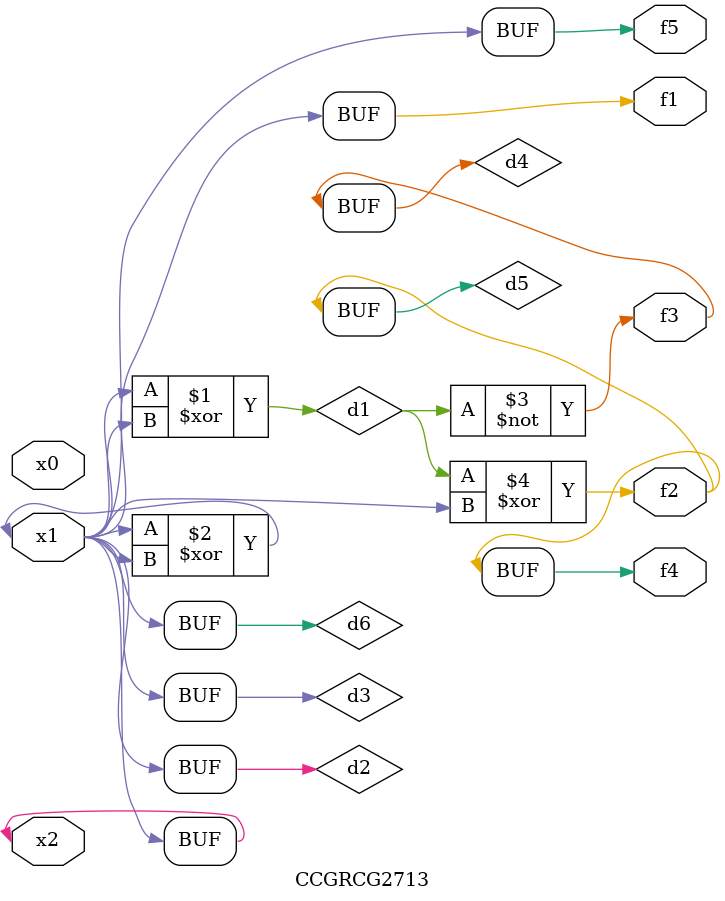
<source format=v>
module CCGRCG2713(
	input x0, x1, x2,
	output f1, f2, f3, f4, f5
);

	wire d1, d2, d3, d4, d5, d6;

	xor (d1, x1, x2);
	buf (d2, x1, x2);
	xor (d3, x1, x2);
	nor (d4, d1);
	xor (d5, d1, d2);
	buf (d6, d2, d3);
	assign f1 = d6;
	assign f2 = d5;
	assign f3 = d4;
	assign f4 = d5;
	assign f5 = d6;
endmodule

</source>
